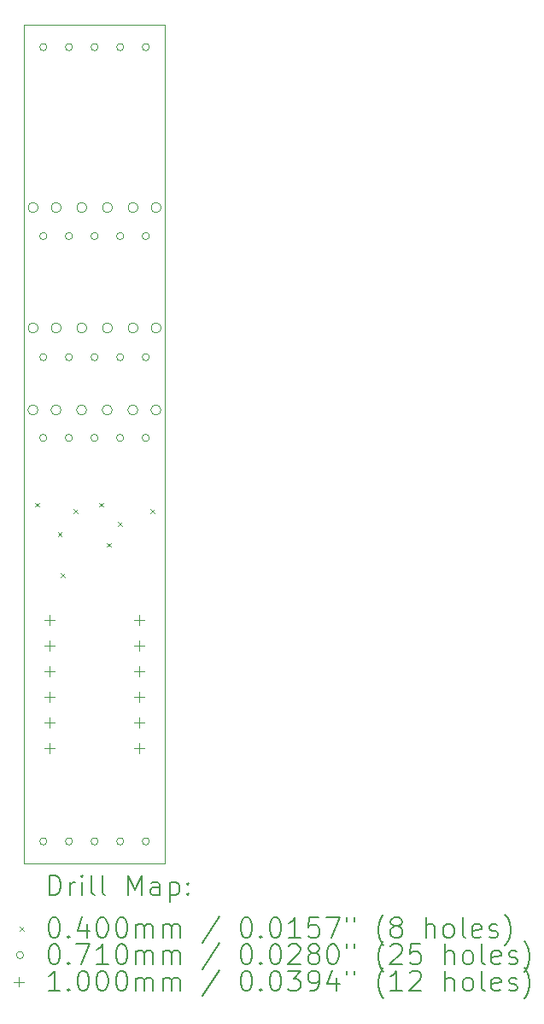
<source format=gbr>
%TF.GenerationSoftware,KiCad,Pcbnew,6.0.11*%
%TF.CreationDate,2024-07-26T21:28:43+01:00*%
%TF.ProjectId,7Backpack,37426163-6b70-4616-936b-2e6b69636164,rev?*%
%TF.SameCoordinates,Original*%
%TF.FileFunction,Drillmap*%
%TF.FilePolarity,Positive*%
%FSLAX45Y45*%
G04 Gerber Fmt 4.5, Leading zero omitted, Abs format (unit mm)*
G04 Created by KiCad (PCBNEW 6.0.11) date 2024-07-26 21:28:43*
%MOMM*%
%LPD*%
G01*
G04 APERTURE LIST*
%ADD10C,0.100000*%
%ADD11C,0.200000*%
%ADD12C,0.040000*%
%ADD13C,0.071000*%
G04 APERTURE END LIST*
D10*
X9842500Y-5143500D02*
X11239500Y-5143500D01*
X11239500Y-5143500D02*
X11239500Y-13462000D01*
X11239500Y-13462000D02*
X9842500Y-13462000D01*
X9842500Y-13462000D02*
X9842500Y-5143500D01*
X10211600Y-8153400D02*
G75*
G03*
X10211600Y-8153400I-50000J0D01*
G01*
X10464800Y-8153400D02*
G75*
G03*
X10464800Y-8153400I-50000J0D01*
G01*
X10463200Y-8966200D02*
G75*
G03*
X10463200Y-8966200I-50000J0D01*
G01*
X10464800Y-6959600D02*
G75*
G03*
X10464800Y-6959600I-50000J0D01*
G01*
X11201400Y-6959600D02*
G75*
G03*
X11201400Y-6959600I-50000J0D01*
G01*
X9983000Y-8153400D02*
G75*
G03*
X9983000Y-8153400I-50000J0D01*
G01*
X10718800Y-6959600D02*
G75*
G03*
X10718800Y-6959600I-50000J0D01*
G01*
X11201400Y-8153400D02*
G75*
G03*
X11201400Y-8153400I-50000J0D01*
G01*
X10718800Y-8153400D02*
G75*
G03*
X10718800Y-8153400I-50000J0D01*
G01*
X10717200Y-8966200D02*
G75*
G03*
X10717200Y-8966200I-50000J0D01*
G01*
X10972800Y-6959600D02*
G75*
G03*
X10972800Y-6959600I-50000J0D01*
G01*
X10972800Y-8153400D02*
G75*
G03*
X10972800Y-8153400I-50000J0D01*
G01*
X10210000Y-8966200D02*
G75*
G03*
X10210000Y-8966200I-50000J0D01*
G01*
X11199800Y-8966200D02*
G75*
G03*
X11199800Y-8966200I-50000J0D01*
G01*
X9981400Y-8966200D02*
G75*
G03*
X9981400Y-8966200I-50000J0D01*
G01*
X10211600Y-6959600D02*
G75*
G03*
X10211600Y-6959600I-50000J0D01*
G01*
X10971200Y-8966200D02*
G75*
G03*
X10971200Y-8966200I-50000J0D01*
G01*
X9983000Y-6959600D02*
G75*
G03*
X9983000Y-6959600I-50000J0D01*
G01*
D11*
D12*
X9949500Y-9886000D02*
X9989500Y-9926000D01*
X9989500Y-9886000D02*
X9949500Y-9926000D01*
X10176210Y-10176210D02*
X10216210Y-10216210D01*
X10216210Y-10176210D02*
X10176210Y-10216210D01*
X10203500Y-10584500D02*
X10243500Y-10624500D01*
X10243500Y-10584500D02*
X10203500Y-10624500D01*
X10330500Y-9949500D02*
X10370500Y-9989500D01*
X10370500Y-9949500D02*
X10330500Y-9989500D01*
X10584500Y-9886000D02*
X10624500Y-9926000D01*
X10624500Y-9886000D02*
X10584500Y-9926000D01*
X10665555Y-10284555D02*
X10705555Y-10324555D01*
X10705555Y-10284555D02*
X10665555Y-10324555D01*
X10775000Y-10076500D02*
X10815000Y-10116500D01*
X10815000Y-10076500D02*
X10775000Y-10116500D01*
X11092500Y-9949500D02*
X11132500Y-9989500D01*
X11132500Y-9949500D02*
X11092500Y-9989500D01*
D13*
X10068500Y-5368850D02*
G75*
G03*
X10068500Y-5368850I-35500J0D01*
G01*
X10068500Y-7242850D02*
G75*
G03*
X10068500Y-7242850I-35500J0D01*
G01*
X10068500Y-8442850D02*
G75*
G03*
X10068500Y-8442850I-35500J0D01*
G01*
X10068500Y-9242850D02*
G75*
G03*
X10068500Y-9242850I-35500J0D01*
G01*
X10068500Y-13242850D02*
G75*
G03*
X10068500Y-13242850I-35500J0D01*
G01*
X10322500Y-5368850D02*
G75*
G03*
X10322500Y-5368850I-35500J0D01*
G01*
X10322500Y-7242850D02*
G75*
G03*
X10322500Y-7242850I-35500J0D01*
G01*
X10322500Y-8442850D02*
G75*
G03*
X10322500Y-8442850I-35500J0D01*
G01*
X10322500Y-9242850D02*
G75*
G03*
X10322500Y-9242850I-35500J0D01*
G01*
X10322500Y-13242850D02*
G75*
G03*
X10322500Y-13242850I-35500J0D01*
G01*
X10576500Y-5368850D02*
G75*
G03*
X10576500Y-5368850I-35500J0D01*
G01*
X10576500Y-7242850D02*
G75*
G03*
X10576500Y-7242850I-35500J0D01*
G01*
X10576500Y-8442850D02*
G75*
G03*
X10576500Y-8442850I-35500J0D01*
G01*
X10576500Y-9242850D02*
G75*
G03*
X10576500Y-9242850I-35500J0D01*
G01*
X10576500Y-13242850D02*
G75*
G03*
X10576500Y-13242850I-35500J0D01*
G01*
X10830500Y-5368850D02*
G75*
G03*
X10830500Y-5368850I-35500J0D01*
G01*
X10830500Y-7242850D02*
G75*
G03*
X10830500Y-7242850I-35500J0D01*
G01*
X10830500Y-8442850D02*
G75*
G03*
X10830500Y-8442850I-35500J0D01*
G01*
X10830500Y-9242850D02*
G75*
G03*
X10830500Y-9242850I-35500J0D01*
G01*
X10830500Y-13242850D02*
G75*
G03*
X10830500Y-13242850I-35500J0D01*
G01*
X11084500Y-5368850D02*
G75*
G03*
X11084500Y-5368850I-35500J0D01*
G01*
X11084500Y-7242850D02*
G75*
G03*
X11084500Y-7242850I-35500J0D01*
G01*
X11084500Y-8442850D02*
G75*
G03*
X11084500Y-8442850I-35500J0D01*
G01*
X11084500Y-9242850D02*
G75*
G03*
X11084500Y-9242850I-35500J0D01*
G01*
X11084500Y-13242850D02*
G75*
G03*
X11084500Y-13242850I-35500J0D01*
G01*
D10*
X10096500Y-10999000D02*
X10096500Y-11099000D01*
X10046500Y-11049000D02*
X10146500Y-11049000D01*
X10096500Y-11253000D02*
X10096500Y-11353000D01*
X10046500Y-11303000D02*
X10146500Y-11303000D01*
X10096500Y-11507000D02*
X10096500Y-11607000D01*
X10046500Y-11557000D02*
X10146500Y-11557000D01*
X10096500Y-11761000D02*
X10096500Y-11861000D01*
X10046500Y-11811000D02*
X10146500Y-11811000D01*
X10096500Y-12015000D02*
X10096500Y-12115000D01*
X10046500Y-12065000D02*
X10146500Y-12065000D01*
X10096500Y-12269000D02*
X10096500Y-12369000D01*
X10046500Y-12319000D02*
X10146500Y-12319000D01*
X10985500Y-10999000D02*
X10985500Y-11099000D01*
X10935500Y-11049000D02*
X11035500Y-11049000D01*
X10985500Y-11253000D02*
X10985500Y-11353000D01*
X10935500Y-11303000D02*
X11035500Y-11303000D01*
X10985500Y-11507000D02*
X10985500Y-11607000D01*
X10935500Y-11557000D02*
X11035500Y-11557000D01*
X10985500Y-11761000D02*
X10985500Y-11861000D01*
X10935500Y-11811000D02*
X11035500Y-11811000D01*
X10985500Y-12015000D02*
X10985500Y-12115000D01*
X10935500Y-12065000D02*
X11035500Y-12065000D01*
X10985500Y-12269000D02*
X10985500Y-12369000D01*
X10935500Y-12319000D02*
X11035500Y-12319000D01*
D11*
X10095119Y-13777476D02*
X10095119Y-13577476D01*
X10142738Y-13577476D01*
X10171310Y-13587000D01*
X10190357Y-13606048D01*
X10199881Y-13625095D01*
X10209405Y-13663190D01*
X10209405Y-13691762D01*
X10199881Y-13729857D01*
X10190357Y-13748905D01*
X10171310Y-13767952D01*
X10142738Y-13777476D01*
X10095119Y-13777476D01*
X10295119Y-13777476D02*
X10295119Y-13644143D01*
X10295119Y-13682238D02*
X10304643Y-13663190D01*
X10314167Y-13653667D01*
X10333214Y-13644143D01*
X10352262Y-13644143D01*
X10418929Y-13777476D02*
X10418929Y-13644143D01*
X10418929Y-13577476D02*
X10409405Y-13587000D01*
X10418929Y-13596524D01*
X10428452Y-13587000D01*
X10418929Y-13577476D01*
X10418929Y-13596524D01*
X10542738Y-13777476D02*
X10523690Y-13767952D01*
X10514167Y-13748905D01*
X10514167Y-13577476D01*
X10647500Y-13777476D02*
X10628452Y-13767952D01*
X10618929Y-13748905D01*
X10618929Y-13577476D01*
X10876071Y-13777476D02*
X10876071Y-13577476D01*
X10942738Y-13720333D01*
X11009405Y-13577476D01*
X11009405Y-13777476D01*
X11190357Y-13777476D02*
X11190357Y-13672714D01*
X11180833Y-13653667D01*
X11161786Y-13644143D01*
X11123690Y-13644143D01*
X11104643Y-13653667D01*
X11190357Y-13767952D02*
X11171310Y-13777476D01*
X11123690Y-13777476D01*
X11104643Y-13767952D01*
X11095119Y-13748905D01*
X11095119Y-13729857D01*
X11104643Y-13710809D01*
X11123690Y-13701286D01*
X11171310Y-13701286D01*
X11190357Y-13691762D01*
X11285595Y-13644143D02*
X11285595Y-13844143D01*
X11285595Y-13653667D02*
X11304643Y-13644143D01*
X11342738Y-13644143D01*
X11361786Y-13653667D01*
X11371309Y-13663190D01*
X11380833Y-13682238D01*
X11380833Y-13739381D01*
X11371309Y-13758428D01*
X11361786Y-13767952D01*
X11342738Y-13777476D01*
X11304643Y-13777476D01*
X11285595Y-13767952D01*
X11466548Y-13758428D02*
X11476071Y-13767952D01*
X11466548Y-13777476D01*
X11457024Y-13767952D01*
X11466548Y-13758428D01*
X11466548Y-13777476D01*
X11466548Y-13653667D02*
X11476071Y-13663190D01*
X11466548Y-13672714D01*
X11457024Y-13663190D01*
X11466548Y-13653667D01*
X11466548Y-13672714D01*
D12*
X9797500Y-14087000D02*
X9837500Y-14127000D01*
X9837500Y-14087000D02*
X9797500Y-14127000D01*
D11*
X10133214Y-13997476D02*
X10152262Y-13997476D01*
X10171310Y-14007000D01*
X10180833Y-14016524D01*
X10190357Y-14035571D01*
X10199881Y-14073667D01*
X10199881Y-14121286D01*
X10190357Y-14159381D01*
X10180833Y-14178428D01*
X10171310Y-14187952D01*
X10152262Y-14197476D01*
X10133214Y-14197476D01*
X10114167Y-14187952D01*
X10104643Y-14178428D01*
X10095119Y-14159381D01*
X10085595Y-14121286D01*
X10085595Y-14073667D01*
X10095119Y-14035571D01*
X10104643Y-14016524D01*
X10114167Y-14007000D01*
X10133214Y-13997476D01*
X10285595Y-14178428D02*
X10295119Y-14187952D01*
X10285595Y-14197476D01*
X10276071Y-14187952D01*
X10285595Y-14178428D01*
X10285595Y-14197476D01*
X10466548Y-14064143D02*
X10466548Y-14197476D01*
X10418929Y-13987952D02*
X10371310Y-14130809D01*
X10495119Y-14130809D01*
X10609405Y-13997476D02*
X10628452Y-13997476D01*
X10647500Y-14007000D01*
X10657024Y-14016524D01*
X10666548Y-14035571D01*
X10676071Y-14073667D01*
X10676071Y-14121286D01*
X10666548Y-14159381D01*
X10657024Y-14178428D01*
X10647500Y-14187952D01*
X10628452Y-14197476D01*
X10609405Y-14197476D01*
X10590357Y-14187952D01*
X10580833Y-14178428D01*
X10571310Y-14159381D01*
X10561786Y-14121286D01*
X10561786Y-14073667D01*
X10571310Y-14035571D01*
X10580833Y-14016524D01*
X10590357Y-14007000D01*
X10609405Y-13997476D01*
X10799881Y-13997476D02*
X10818929Y-13997476D01*
X10837976Y-14007000D01*
X10847500Y-14016524D01*
X10857024Y-14035571D01*
X10866548Y-14073667D01*
X10866548Y-14121286D01*
X10857024Y-14159381D01*
X10847500Y-14178428D01*
X10837976Y-14187952D01*
X10818929Y-14197476D01*
X10799881Y-14197476D01*
X10780833Y-14187952D01*
X10771310Y-14178428D01*
X10761786Y-14159381D01*
X10752262Y-14121286D01*
X10752262Y-14073667D01*
X10761786Y-14035571D01*
X10771310Y-14016524D01*
X10780833Y-14007000D01*
X10799881Y-13997476D01*
X10952262Y-14197476D02*
X10952262Y-14064143D01*
X10952262Y-14083190D02*
X10961786Y-14073667D01*
X10980833Y-14064143D01*
X11009405Y-14064143D01*
X11028452Y-14073667D01*
X11037976Y-14092714D01*
X11037976Y-14197476D01*
X11037976Y-14092714D02*
X11047500Y-14073667D01*
X11066548Y-14064143D01*
X11095119Y-14064143D01*
X11114167Y-14073667D01*
X11123690Y-14092714D01*
X11123690Y-14197476D01*
X11218928Y-14197476D02*
X11218928Y-14064143D01*
X11218928Y-14083190D02*
X11228452Y-14073667D01*
X11247500Y-14064143D01*
X11276071Y-14064143D01*
X11295119Y-14073667D01*
X11304643Y-14092714D01*
X11304643Y-14197476D01*
X11304643Y-14092714D02*
X11314167Y-14073667D01*
X11333214Y-14064143D01*
X11361786Y-14064143D01*
X11380833Y-14073667D01*
X11390357Y-14092714D01*
X11390357Y-14197476D01*
X11780833Y-13987952D02*
X11609405Y-14245095D01*
X12037976Y-13997476D02*
X12057024Y-13997476D01*
X12076071Y-14007000D01*
X12085595Y-14016524D01*
X12095119Y-14035571D01*
X12104643Y-14073667D01*
X12104643Y-14121286D01*
X12095119Y-14159381D01*
X12085595Y-14178428D01*
X12076071Y-14187952D01*
X12057024Y-14197476D01*
X12037976Y-14197476D01*
X12018928Y-14187952D01*
X12009405Y-14178428D01*
X11999881Y-14159381D01*
X11990357Y-14121286D01*
X11990357Y-14073667D01*
X11999881Y-14035571D01*
X12009405Y-14016524D01*
X12018928Y-14007000D01*
X12037976Y-13997476D01*
X12190357Y-14178428D02*
X12199881Y-14187952D01*
X12190357Y-14197476D01*
X12180833Y-14187952D01*
X12190357Y-14178428D01*
X12190357Y-14197476D01*
X12323690Y-13997476D02*
X12342738Y-13997476D01*
X12361786Y-14007000D01*
X12371309Y-14016524D01*
X12380833Y-14035571D01*
X12390357Y-14073667D01*
X12390357Y-14121286D01*
X12380833Y-14159381D01*
X12371309Y-14178428D01*
X12361786Y-14187952D01*
X12342738Y-14197476D01*
X12323690Y-14197476D01*
X12304643Y-14187952D01*
X12295119Y-14178428D01*
X12285595Y-14159381D01*
X12276071Y-14121286D01*
X12276071Y-14073667D01*
X12285595Y-14035571D01*
X12295119Y-14016524D01*
X12304643Y-14007000D01*
X12323690Y-13997476D01*
X12580833Y-14197476D02*
X12466548Y-14197476D01*
X12523690Y-14197476D02*
X12523690Y-13997476D01*
X12504643Y-14026048D01*
X12485595Y-14045095D01*
X12466548Y-14054619D01*
X12761786Y-13997476D02*
X12666548Y-13997476D01*
X12657024Y-14092714D01*
X12666548Y-14083190D01*
X12685595Y-14073667D01*
X12733214Y-14073667D01*
X12752262Y-14083190D01*
X12761786Y-14092714D01*
X12771309Y-14111762D01*
X12771309Y-14159381D01*
X12761786Y-14178428D01*
X12752262Y-14187952D01*
X12733214Y-14197476D01*
X12685595Y-14197476D01*
X12666548Y-14187952D01*
X12657024Y-14178428D01*
X12837976Y-13997476D02*
X12971309Y-13997476D01*
X12885595Y-14197476D01*
X13037976Y-13997476D02*
X13037976Y-14035571D01*
X13114167Y-13997476D02*
X13114167Y-14035571D01*
X13409405Y-14273667D02*
X13399881Y-14264143D01*
X13380833Y-14235571D01*
X13371309Y-14216524D01*
X13361786Y-14187952D01*
X13352262Y-14140333D01*
X13352262Y-14102238D01*
X13361786Y-14054619D01*
X13371309Y-14026048D01*
X13380833Y-14007000D01*
X13399881Y-13978428D01*
X13409405Y-13968905D01*
X13514167Y-14083190D02*
X13495119Y-14073667D01*
X13485595Y-14064143D01*
X13476071Y-14045095D01*
X13476071Y-14035571D01*
X13485595Y-14016524D01*
X13495119Y-14007000D01*
X13514167Y-13997476D01*
X13552262Y-13997476D01*
X13571309Y-14007000D01*
X13580833Y-14016524D01*
X13590357Y-14035571D01*
X13590357Y-14045095D01*
X13580833Y-14064143D01*
X13571309Y-14073667D01*
X13552262Y-14083190D01*
X13514167Y-14083190D01*
X13495119Y-14092714D01*
X13485595Y-14102238D01*
X13476071Y-14121286D01*
X13476071Y-14159381D01*
X13485595Y-14178428D01*
X13495119Y-14187952D01*
X13514167Y-14197476D01*
X13552262Y-14197476D01*
X13571309Y-14187952D01*
X13580833Y-14178428D01*
X13590357Y-14159381D01*
X13590357Y-14121286D01*
X13580833Y-14102238D01*
X13571309Y-14092714D01*
X13552262Y-14083190D01*
X13828452Y-14197476D02*
X13828452Y-13997476D01*
X13914167Y-14197476D02*
X13914167Y-14092714D01*
X13904643Y-14073667D01*
X13885595Y-14064143D01*
X13857024Y-14064143D01*
X13837976Y-14073667D01*
X13828452Y-14083190D01*
X14037976Y-14197476D02*
X14018928Y-14187952D01*
X14009405Y-14178428D01*
X13999881Y-14159381D01*
X13999881Y-14102238D01*
X14009405Y-14083190D01*
X14018928Y-14073667D01*
X14037976Y-14064143D01*
X14066548Y-14064143D01*
X14085595Y-14073667D01*
X14095119Y-14083190D01*
X14104643Y-14102238D01*
X14104643Y-14159381D01*
X14095119Y-14178428D01*
X14085595Y-14187952D01*
X14066548Y-14197476D01*
X14037976Y-14197476D01*
X14218928Y-14197476D02*
X14199881Y-14187952D01*
X14190357Y-14168905D01*
X14190357Y-13997476D01*
X14371309Y-14187952D02*
X14352262Y-14197476D01*
X14314167Y-14197476D01*
X14295119Y-14187952D01*
X14285595Y-14168905D01*
X14285595Y-14092714D01*
X14295119Y-14073667D01*
X14314167Y-14064143D01*
X14352262Y-14064143D01*
X14371309Y-14073667D01*
X14380833Y-14092714D01*
X14380833Y-14111762D01*
X14285595Y-14130809D01*
X14457024Y-14187952D02*
X14476071Y-14197476D01*
X14514167Y-14197476D01*
X14533214Y-14187952D01*
X14542738Y-14168905D01*
X14542738Y-14159381D01*
X14533214Y-14140333D01*
X14514167Y-14130809D01*
X14485595Y-14130809D01*
X14466548Y-14121286D01*
X14457024Y-14102238D01*
X14457024Y-14092714D01*
X14466548Y-14073667D01*
X14485595Y-14064143D01*
X14514167Y-14064143D01*
X14533214Y-14073667D01*
X14609405Y-14273667D02*
X14618928Y-14264143D01*
X14637976Y-14235571D01*
X14647500Y-14216524D01*
X14657024Y-14187952D01*
X14666548Y-14140333D01*
X14666548Y-14102238D01*
X14657024Y-14054619D01*
X14647500Y-14026048D01*
X14637976Y-14007000D01*
X14618928Y-13978428D01*
X14609405Y-13968905D01*
D13*
X9837500Y-14371000D02*
G75*
G03*
X9837500Y-14371000I-35500J0D01*
G01*
D11*
X10133214Y-14261476D02*
X10152262Y-14261476D01*
X10171310Y-14271000D01*
X10180833Y-14280524D01*
X10190357Y-14299571D01*
X10199881Y-14337667D01*
X10199881Y-14385286D01*
X10190357Y-14423381D01*
X10180833Y-14442428D01*
X10171310Y-14451952D01*
X10152262Y-14461476D01*
X10133214Y-14461476D01*
X10114167Y-14451952D01*
X10104643Y-14442428D01*
X10095119Y-14423381D01*
X10085595Y-14385286D01*
X10085595Y-14337667D01*
X10095119Y-14299571D01*
X10104643Y-14280524D01*
X10114167Y-14271000D01*
X10133214Y-14261476D01*
X10285595Y-14442428D02*
X10295119Y-14451952D01*
X10285595Y-14461476D01*
X10276071Y-14451952D01*
X10285595Y-14442428D01*
X10285595Y-14461476D01*
X10361786Y-14261476D02*
X10495119Y-14261476D01*
X10409405Y-14461476D01*
X10676071Y-14461476D02*
X10561786Y-14461476D01*
X10618929Y-14461476D02*
X10618929Y-14261476D01*
X10599881Y-14290048D01*
X10580833Y-14309095D01*
X10561786Y-14318619D01*
X10799881Y-14261476D02*
X10818929Y-14261476D01*
X10837976Y-14271000D01*
X10847500Y-14280524D01*
X10857024Y-14299571D01*
X10866548Y-14337667D01*
X10866548Y-14385286D01*
X10857024Y-14423381D01*
X10847500Y-14442428D01*
X10837976Y-14451952D01*
X10818929Y-14461476D01*
X10799881Y-14461476D01*
X10780833Y-14451952D01*
X10771310Y-14442428D01*
X10761786Y-14423381D01*
X10752262Y-14385286D01*
X10752262Y-14337667D01*
X10761786Y-14299571D01*
X10771310Y-14280524D01*
X10780833Y-14271000D01*
X10799881Y-14261476D01*
X10952262Y-14461476D02*
X10952262Y-14328143D01*
X10952262Y-14347190D02*
X10961786Y-14337667D01*
X10980833Y-14328143D01*
X11009405Y-14328143D01*
X11028452Y-14337667D01*
X11037976Y-14356714D01*
X11037976Y-14461476D01*
X11037976Y-14356714D02*
X11047500Y-14337667D01*
X11066548Y-14328143D01*
X11095119Y-14328143D01*
X11114167Y-14337667D01*
X11123690Y-14356714D01*
X11123690Y-14461476D01*
X11218928Y-14461476D02*
X11218928Y-14328143D01*
X11218928Y-14347190D02*
X11228452Y-14337667D01*
X11247500Y-14328143D01*
X11276071Y-14328143D01*
X11295119Y-14337667D01*
X11304643Y-14356714D01*
X11304643Y-14461476D01*
X11304643Y-14356714D02*
X11314167Y-14337667D01*
X11333214Y-14328143D01*
X11361786Y-14328143D01*
X11380833Y-14337667D01*
X11390357Y-14356714D01*
X11390357Y-14461476D01*
X11780833Y-14251952D02*
X11609405Y-14509095D01*
X12037976Y-14261476D02*
X12057024Y-14261476D01*
X12076071Y-14271000D01*
X12085595Y-14280524D01*
X12095119Y-14299571D01*
X12104643Y-14337667D01*
X12104643Y-14385286D01*
X12095119Y-14423381D01*
X12085595Y-14442428D01*
X12076071Y-14451952D01*
X12057024Y-14461476D01*
X12037976Y-14461476D01*
X12018928Y-14451952D01*
X12009405Y-14442428D01*
X11999881Y-14423381D01*
X11990357Y-14385286D01*
X11990357Y-14337667D01*
X11999881Y-14299571D01*
X12009405Y-14280524D01*
X12018928Y-14271000D01*
X12037976Y-14261476D01*
X12190357Y-14442428D02*
X12199881Y-14451952D01*
X12190357Y-14461476D01*
X12180833Y-14451952D01*
X12190357Y-14442428D01*
X12190357Y-14461476D01*
X12323690Y-14261476D02*
X12342738Y-14261476D01*
X12361786Y-14271000D01*
X12371309Y-14280524D01*
X12380833Y-14299571D01*
X12390357Y-14337667D01*
X12390357Y-14385286D01*
X12380833Y-14423381D01*
X12371309Y-14442428D01*
X12361786Y-14451952D01*
X12342738Y-14461476D01*
X12323690Y-14461476D01*
X12304643Y-14451952D01*
X12295119Y-14442428D01*
X12285595Y-14423381D01*
X12276071Y-14385286D01*
X12276071Y-14337667D01*
X12285595Y-14299571D01*
X12295119Y-14280524D01*
X12304643Y-14271000D01*
X12323690Y-14261476D01*
X12466548Y-14280524D02*
X12476071Y-14271000D01*
X12495119Y-14261476D01*
X12542738Y-14261476D01*
X12561786Y-14271000D01*
X12571309Y-14280524D01*
X12580833Y-14299571D01*
X12580833Y-14318619D01*
X12571309Y-14347190D01*
X12457024Y-14461476D01*
X12580833Y-14461476D01*
X12695119Y-14347190D02*
X12676071Y-14337667D01*
X12666548Y-14328143D01*
X12657024Y-14309095D01*
X12657024Y-14299571D01*
X12666548Y-14280524D01*
X12676071Y-14271000D01*
X12695119Y-14261476D01*
X12733214Y-14261476D01*
X12752262Y-14271000D01*
X12761786Y-14280524D01*
X12771309Y-14299571D01*
X12771309Y-14309095D01*
X12761786Y-14328143D01*
X12752262Y-14337667D01*
X12733214Y-14347190D01*
X12695119Y-14347190D01*
X12676071Y-14356714D01*
X12666548Y-14366238D01*
X12657024Y-14385286D01*
X12657024Y-14423381D01*
X12666548Y-14442428D01*
X12676071Y-14451952D01*
X12695119Y-14461476D01*
X12733214Y-14461476D01*
X12752262Y-14451952D01*
X12761786Y-14442428D01*
X12771309Y-14423381D01*
X12771309Y-14385286D01*
X12761786Y-14366238D01*
X12752262Y-14356714D01*
X12733214Y-14347190D01*
X12895119Y-14261476D02*
X12914167Y-14261476D01*
X12933214Y-14271000D01*
X12942738Y-14280524D01*
X12952262Y-14299571D01*
X12961786Y-14337667D01*
X12961786Y-14385286D01*
X12952262Y-14423381D01*
X12942738Y-14442428D01*
X12933214Y-14451952D01*
X12914167Y-14461476D01*
X12895119Y-14461476D01*
X12876071Y-14451952D01*
X12866548Y-14442428D01*
X12857024Y-14423381D01*
X12847500Y-14385286D01*
X12847500Y-14337667D01*
X12857024Y-14299571D01*
X12866548Y-14280524D01*
X12876071Y-14271000D01*
X12895119Y-14261476D01*
X13037976Y-14261476D02*
X13037976Y-14299571D01*
X13114167Y-14261476D02*
X13114167Y-14299571D01*
X13409405Y-14537667D02*
X13399881Y-14528143D01*
X13380833Y-14499571D01*
X13371309Y-14480524D01*
X13361786Y-14451952D01*
X13352262Y-14404333D01*
X13352262Y-14366238D01*
X13361786Y-14318619D01*
X13371309Y-14290048D01*
X13380833Y-14271000D01*
X13399881Y-14242428D01*
X13409405Y-14232905D01*
X13476071Y-14280524D02*
X13485595Y-14271000D01*
X13504643Y-14261476D01*
X13552262Y-14261476D01*
X13571309Y-14271000D01*
X13580833Y-14280524D01*
X13590357Y-14299571D01*
X13590357Y-14318619D01*
X13580833Y-14347190D01*
X13466548Y-14461476D01*
X13590357Y-14461476D01*
X13771309Y-14261476D02*
X13676071Y-14261476D01*
X13666548Y-14356714D01*
X13676071Y-14347190D01*
X13695119Y-14337667D01*
X13742738Y-14337667D01*
X13761786Y-14347190D01*
X13771309Y-14356714D01*
X13780833Y-14375762D01*
X13780833Y-14423381D01*
X13771309Y-14442428D01*
X13761786Y-14451952D01*
X13742738Y-14461476D01*
X13695119Y-14461476D01*
X13676071Y-14451952D01*
X13666548Y-14442428D01*
X14018928Y-14461476D02*
X14018928Y-14261476D01*
X14104643Y-14461476D02*
X14104643Y-14356714D01*
X14095119Y-14337667D01*
X14076071Y-14328143D01*
X14047500Y-14328143D01*
X14028452Y-14337667D01*
X14018928Y-14347190D01*
X14228452Y-14461476D02*
X14209405Y-14451952D01*
X14199881Y-14442428D01*
X14190357Y-14423381D01*
X14190357Y-14366238D01*
X14199881Y-14347190D01*
X14209405Y-14337667D01*
X14228452Y-14328143D01*
X14257024Y-14328143D01*
X14276071Y-14337667D01*
X14285595Y-14347190D01*
X14295119Y-14366238D01*
X14295119Y-14423381D01*
X14285595Y-14442428D01*
X14276071Y-14451952D01*
X14257024Y-14461476D01*
X14228452Y-14461476D01*
X14409405Y-14461476D02*
X14390357Y-14451952D01*
X14380833Y-14432905D01*
X14380833Y-14261476D01*
X14561786Y-14451952D02*
X14542738Y-14461476D01*
X14504643Y-14461476D01*
X14485595Y-14451952D01*
X14476071Y-14432905D01*
X14476071Y-14356714D01*
X14485595Y-14337667D01*
X14504643Y-14328143D01*
X14542738Y-14328143D01*
X14561786Y-14337667D01*
X14571309Y-14356714D01*
X14571309Y-14375762D01*
X14476071Y-14394809D01*
X14647500Y-14451952D02*
X14666548Y-14461476D01*
X14704643Y-14461476D01*
X14723690Y-14451952D01*
X14733214Y-14432905D01*
X14733214Y-14423381D01*
X14723690Y-14404333D01*
X14704643Y-14394809D01*
X14676071Y-14394809D01*
X14657024Y-14385286D01*
X14647500Y-14366238D01*
X14647500Y-14356714D01*
X14657024Y-14337667D01*
X14676071Y-14328143D01*
X14704643Y-14328143D01*
X14723690Y-14337667D01*
X14799881Y-14537667D02*
X14809405Y-14528143D01*
X14828452Y-14499571D01*
X14837976Y-14480524D01*
X14847500Y-14451952D01*
X14857024Y-14404333D01*
X14857024Y-14366238D01*
X14847500Y-14318619D01*
X14837976Y-14290048D01*
X14828452Y-14271000D01*
X14809405Y-14242428D01*
X14799881Y-14232905D01*
D10*
X9787500Y-14585000D02*
X9787500Y-14685000D01*
X9737500Y-14635000D02*
X9837500Y-14635000D01*
D11*
X10199881Y-14725476D02*
X10085595Y-14725476D01*
X10142738Y-14725476D02*
X10142738Y-14525476D01*
X10123690Y-14554048D01*
X10104643Y-14573095D01*
X10085595Y-14582619D01*
X10285595Y-14706428D02*
X10295119Y-14715952D01*
X10285595Y-14725476D01*
X10276071Y-14715952D01*
X10285595Y-14706428D01*
X10285595Y-14725476D01*
X10418929Y-14525476D02*
X10437976Y-14525476D01*
X10457024Y-14535000D01*
X10466548Y-14544524D01*
X10476071Y-14563571D01*
X10485595Y-14601667D01*
X10485595Y-14649286D01*
X10476071Y-14687381D01*
X10466548Y-14706428D01*
X10457024Y-14715952D01*
X10437976Y-14725476D01*
X10418929Y-14725476D01*
X10399881Y-14715952D01*
X10390357Y-14706428D01*
X10380833Y-14687381D01*
X10371310Y-14649286D01*
X10371310Y-14601667D01*
X10380833Y-14563571D01*
X10390357Y-14544524D01*
X10399881Y-14535000D01*
X10418929Y-14525476D01*
X10609405Y-14525476D02*
X10628452Y-14525476D01*
X10647500Y-14535000D01*
X10657024Y-14544524D01*
X10666548Y-14563571D01*
X10676071Y-14601667D01*
X10676071Y-14649286D01*
X10666548Y-14687381D01*
X10657024Y-14706428D01*
X10647500Y-14715952D01*
X10628452Y-14725476D01*
X10609405Y-14725476D01*
X10590357Y-14715952D01*
X10580833Y-14706428D01*
X10571310Y-14687381D01*
X10561786Y-14649286D01*
X10561786Y-14601667D01*
X10571310Y-14563571D01*
X10580833Y-14544524D01*
X10590357Y-14535000D01*
X10609405Y-14525476D01*
X10799881Y-14525476D02*
X10818929Y-14525476D01*
X10837976Y-14535000D01*
X10847500Y-14544524D01*
X10857024Y-14563571D01*
X10866548Y-14601667D01*
X10866548Y-14649286D01*
X10857024Y-14687381D01*
X10847500Y-14706428D01*
X10837976Y-14715952D01*
X10818929Y-14725476D01*
X10799881Y-14725476D01*
X10780833Y-14715952D01*
X10771310Y-14706428D01*
X10761786Y-14687381D01*
X10752262Y-14649286D01*
X10752262Y-14601667D01*
X10761786Y-14563571D01*
X10771310Y-14544524D01*
X10780833Y-14535000D01*
X10799881Y-14525476D01*
X10952262Y-14725476D02*
X10952262Y-14592143D01*
X10952262Y-14611190D02*
X10961786Y-14601667D01*
X10980833Y-14592143D01*
X11009405Y-14592143D01*
X11028452Y-14601667D01*
X11037976Y-14620714D01*
X11037976Y-14725476D01*
X11037976Y-14620714D02*
X11047500Y-14601667D01*
X11066548Y-14592143D01*
X11095119Y-14592143D01*
X11114167Y-14601667D01*
X11123690Y-14620714D01*
X11123690Y-14725476D01*
X11218928Y-14725476D02*
X11218928Y-14592143D01*
X11218928Y-14611190D02*
X11228452Y-14601667D01*
X11247500Y-14592143D01*
X11276071Y-14592143D01*
X11295119Y-14601667D01*
X11304643Y-14620714D01*
X11304643Y-14725476D01*
X11304643Y-14620714D02*
X11314167Y-14601667D01*
X11333214Y-14592143D01*
X11361786Y-14592143D01*
X11380833Y-14601667D01*
X11390357Y-14620714D01*
X11390357Y-14725476D01*
X11780833Y-14515952D02*
X11609405Y-14773095D01*
X12037976Y-14525476D02*
X12057024Y-14525476D01*
X12076071Y-14535000D01*
X12085595Y-14544524D01*
X12095119Y-14563571D01*
X12104643Y-14601667D01*
X12104643Y-14649286D01*
X12095119Y-14687381D01*
X12085595Y-14706428D01*
X12076071Y-14715952D01*
X12057024Y-14725476D01*
X12037976Y-14725476D01*
X12018928Y-14715952D01*
X12009405Y-14706428D01*
X11999881Y-14687381D01*
X11990357Y-14649286D01*
X11990357Y-14601667D01*
X11999881Y-14563571D01*
X12009405Y-14544524D01*
X12018928Y-14535000D01*
X12037976Y-14525476D01*
X12190357Y-14706428D02*
X12199881Y-14715952D01*
X12190357Y-14725476D01*
X12180833Y-14715952D01*
X12190357Y-14706428D01*
X12190357Y-14725476D01*
X12323690Y-14525476D02*
X12342738Y-14525476D01*
X12361786Y-14535000D01*
X12371309Y-14544524D01*
X12380833Y-14563571D01*
X12390357Y-14601667D01*
X12390357Y-14649286D01*
X12380833Y-14687381D01*
X12371309Y-14706428D01*
X12361786Y-14715952D01*
X12342738Y-14725476D01*
X12323690Y-14725476D01*
X12304643Y-14715952D01*
X12295119Y-14706428D01*
X12285595Y-14687381D01*
X12276071Y-14649286D01*
X12276071Y-14601667D01*
X12285595Y-14563571D01*
X12295119Y-14544524D01*
X12304643Y-14535000D01*
X12323690Y-14525476D01*
X12457024Y-14525476D02*
X12580833Y-14525476D01*
X12514167Y-14601667D01*
X12542738Y-14601667D01*
X12561786Y-14611190D01*
X12571309Y-14620714D01*
X12580833Y-14639762D01*
X12580833Y-14687381D01*
X12571309Y-14706428D01*
X12561786Y-14715952D01*
X12542738Y-14725476D01*
X12485595Y-14725476D01*
X12466548Y-14715952D01*
X12457024Y-14706428D01*
X12676071Y-14725476D02*
X12714167Y-14725476D01*
X12733214Y-14715952D01*
X12742738Y-14706428D01*
X12761786Y-14677857D01*
X12771309Y-14639762D01*
X12771309Y-14563571D01*
X12761786Y-14544524D01*
X12752262Y-14535000D01*
X12733214Y-14525476D01*
X12695119Y-14525476D01*
X12676071Y-14535000D01*
X12666548Y-14544524D01*
X12657024Y-14563571D01*
X12657024Y-14611190D01*
X12666548Y-14630238D01*
X12676071Y-14639762D01*
X12695119Y-14649286D01*
X12733214Y-14649286D01*
X12752262Y-14639762D01*
X12761786Y-14630238D01*
X12771309Y-14611190D01*
X12942738Y-14592143D02*
X12942738Y-14725476D01*
X12895119Y-14515952D02*
X12847500Y-14658809D01*
X12971309Y-14658809D01*
X13037976Y-14525476D02*
X13037976Y-14563571D01*
X13114167Y-14525476D02*
X13114167Y-14563571D01*
X13409405Y-14801667D02*
X13399881Y-14792143D01*
X13380833Y-14763571D01*
X13371309Y-14744524D01*
X13361786Y-14715952D01*
X13352262Y-14668333D01*
X13352262Y-14630238D01*
X13361786Y-14582619D01*
X13371309Y-14554048D01*
X13380833Y-14535000D01*
X13399881Y-14506428D01*
X13409405Y-14496905D01*
X13590357Y-14725476D02*
X13476071Y-14725476D01*
X13533214Y-14725476D02*
X13533214Y-14525476D01*
X13514167Y-14554048D01*
X13495119Y-14573095D01*
X13476071Y-14582619D01*
X13666548Y-14544524D02*
X13676071Y-14535000D01*
X13695119Y-14525476D01*
X13742738Y-14525476D01*
X13761786Y-14535000D01*
X13771309Y-14544524D01*
X13780833Y-14563571D01*
X13780833Y-14582619D01*
X13771309Y-14611190D01*
X13657024Y-14725476D01*
X13780833Y-14725476D01*
X14018928Y-14725476D02*
X14018928Y-14525476D01*
X14104643Y-14725476D02*
X14104643Y-14620714D01*
X14095119Y-14601667D01*
X14076071Y-14592143D01*
X14047500Y-14592143D01*
X14028452Y-14601667D01*
X14018928Y-14611190D01*
X14228452Y-14725476D02*
X14209405Y-14715952D01*
X14199881Y-14706428D01*
X14190357Y-14687381D01*
X14190357Y-14630238D01*
X14199881Y-14611190D01*
X14209405Y-14601667D01*
X14228452Y-14592143D01*
X14257024Y-14592143D01*
X14276071Y-14601667D01*
X14285595Y-14611190D01*
X14295119Y-14630238D01*
X14295119Y-14687381D01*
X14285595Y-14706428D01*
X14276071Y-14715952D01*
X14257024Y-14725476D01*
X14228452Y-14725476D01*
X14409405Y-14725476D02*
X14390357Y-14715952D01*
X14380833Y-14696905D01*
X14380833Y-14525476D01*
X14561786Y-14715952D02*
X14542738Y-14725476D01*
X14504643Y-14725476D01*
X14485595Y-14715952D01*
X14476071Y-14696905D01*
X14476071Y-14620714D01*
X14485595Y-14601667D01*
X14504643Y-14592143D01*
X14542738Y-14592143D01*
X14561786Y-14601667D01*
X14571309Y-14620714D01*
X14571309Y-14639762D01*
X14476071Y-14658809D01*
X14647500Y-14715952D02*
X14666548Y-14725476D01*
X14704643Y-14725476D01*
X14723690Y-14715952D01*
X14733214Y-14696905D01*
X14733214Y-14687381D01*
X14723690Y-14668333D01*
X14704643Y-14658809D01*
X14676071Y-14658809D01*
X14657024Y-14649286D01*
X14647500Y-14630238D01*
X14647500Y-14620714D01*
X14657024Y-14601667D01*
X14676071Y-14592143D01*
X14704643Y-14592143D01*
X14723690Y-14601667D01*
X14799881Y-14801667D02*
X14809405Y-14792143D01*
X14828452Y-14763571D01*
X14837976Y-14744524D01*
X14847500Y-14715952D01*
X14857024Y-14668333D01*
X14857024Y-14630238D01*
X14847500Y-14582619D01*
X14837976Y-14554048D01*
X14828452Y-14535000D01*
X14809405Y-14506428D01*
X14799881Y-14496905D01*
M02*

</source>
